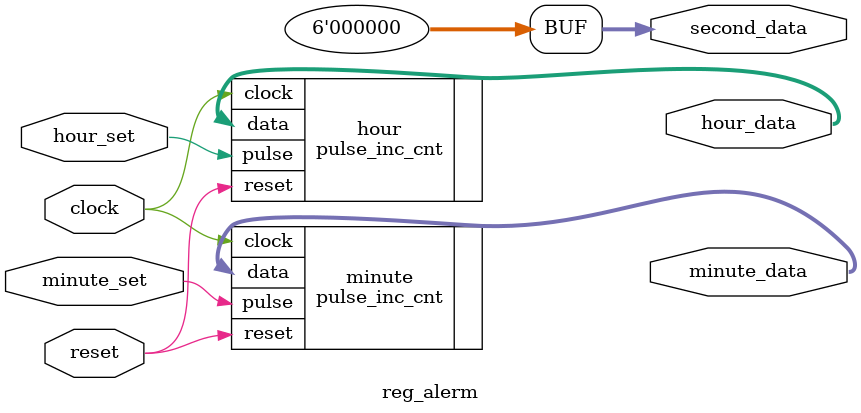
<source format=v>

module reg_alerm(reset, clock, minute_set, hour_set, second_data, minute_data, hour_data);

	input reset;
	input clock;
	input minute_set;
	input hour_set;
	
	output [5:0] second_data;
	output [5:0] minute_data;
	output [5:0] hour_data;

	wire [5:0] second_data;

	assign second_data = 0;

	pulse_inc_cnt minute(.reset(reset),
						 .clock(clock),
						 .pulse(minute_set),
						 .data(minute_data));

	pulse_inc_cnt hour(.reset(reset),
					   .clock(clock),
					   .pulse(hour_set),
					   .data(hour_data));
	defparam hour.max_cnt = 23;

endmodule

</source>
